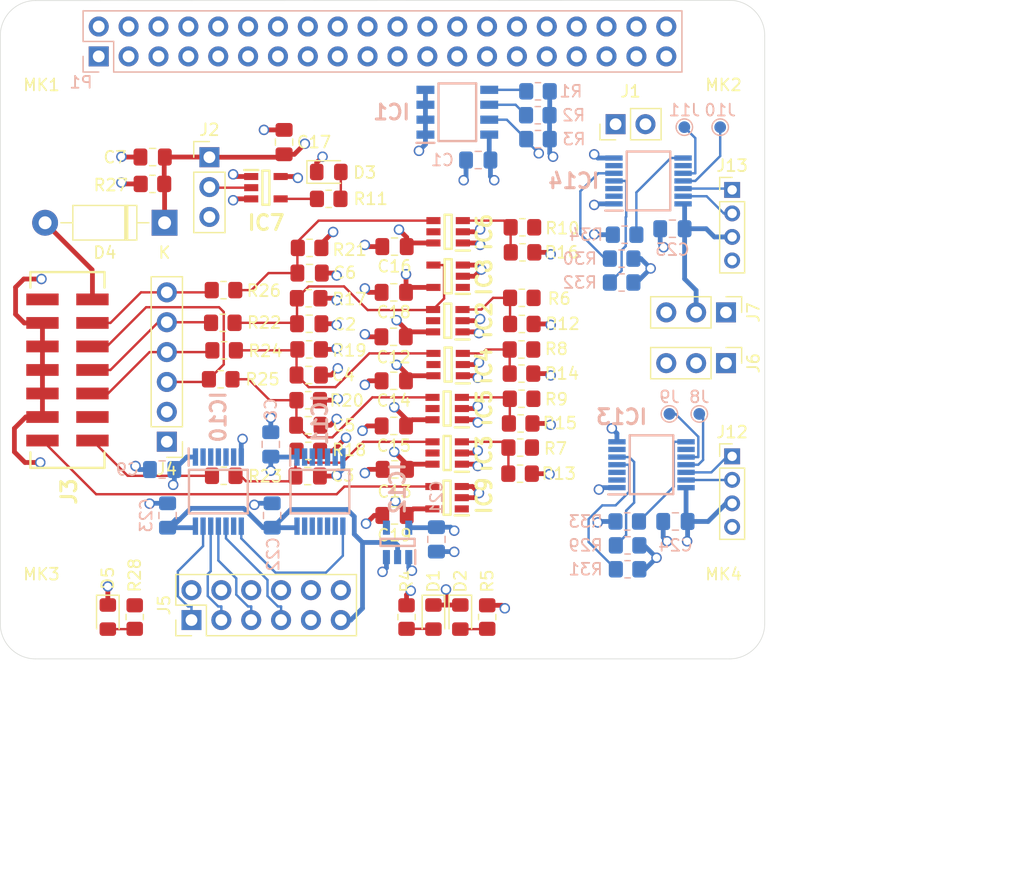
<source format=kicad_pcb>
(kicad_pcb (version 20211014) (generator pcbnew)
  (title_block (date "15 nov 2012"))
  (layers (0 "F.Cu" signal) (1 "In1.Cu" signal) (2 "In2.Cu" signal) (31 "B.Cu" signal) (34 "B.Paste" user) (35 "F.Paste" user) (36 "B.SilkS" user "B.Silkscreen") (37 "F.SilkS" user "F.Silkscreen") (38 "B.Mask" user) (39 "F.Mask" user) (44 "Edge.Cuts" user))
  (net 0 "")
  (net 1 "+3V3")
  (net 2 "+5V")
  (net 3 "GND")
  (net 4 "/ID_SD")
  (net 5 "/ID_SC")
  (net 6 "/GPIO5")
  (net 7 "/GPIO6")
  (net 8 "/GPIO26")
  (net 9 "/GPIO2(SDA1)")
  (net 10 "/GPIO3(SCL1)")
  (net 11 "/GPIO4(GCLK)")
  (net 12 "/GPIO14(TXD0)")
  (net 13 "/GPIO15(RXD0)")
  (net 14 "/GPIO17(GEN0)")
  (net 15 "/GPIO27(GEN2)")
  (net 16 "/GPIO22(GEN3)")
  (net 17 "/GPIO23(GEN4)")
  (net 18 "/GPIO24(GEN5)")
  (net 19 "/GPIO25(GEN6)")
  (net 20 "/GPIO18(GEN1)(PWM0)")
  (net 21 "/GPIO10(SPI0_MOSI)")
  (net 22 "/GPIO9(SPI0_MISO)")
  (net 23 "/GPIO11(SPI0_SCK)")
  (net 24 "/GPIO8(SPI0_CE_N)")
  (net 25 "/GPIO7(SPI1_CE_N)")
  (net 26 "/GPIO12(PWM0)")
  (net 27 "/GPIO13(PWM1)")
  (net 28 "/GPIO19(SPI1_MISO)")
  (net 29 "/GPIO16")
  (net 30 "/GPIO20(SPI1_MOSI)")
  (net 31 "/GPIO21(SPI1_SCK)")
  (net 32 "Net-(IC14-Pad12)")
  (net 33 "Net-(IC13-Pad10)")
  (net 34 "Net-(IC14-Pad10)")
  (net 35 "Net-(J3-Pad4)")
  (net 36 "Net-(C6-Pad2)")
  (net 37 "VCC")
  (net 38 "Net-(IC2-Pad3)")
  (net 39 "Net-(IC12-Pad4)")
  (net 40 "Net-(D5-Pad2)")
  (net 41 "Net-(IC13-Pad5)")
  (net 42 "Net-(IC14-Pad5)")
  (net 43 "Net-(IC13-Pad8)")
  (net 44 "Net-(C2-Pad2)")
  (net 45 "Net-(IC1-Pad7)")
  (net 46 "Net-(D1-Pad2)")
  (net 47 "Net-(D2-Pad2)")
  (net 48 "Net-(IC14-Pad8)")
  (net 49 "Net-(IC3-Pad3)")
  (net 50 "Net-(IC4-Pad3)")
  (net 51 "Net-(IC5-Pad3)")
  (net 52 "Net-(IC6-Pad3)")
  (net 53 "Net-(D3-Pad2)")
  (net 54 "Net-(C3-Pad2)")
  (net 55 "Net-(C4-Pad2)")
  (net 56 "Net-(C5-Pad2)")
  (net 57 "Net-(J3-Pad8)")
  (net 58 "Net-(J3-Pad14)")
  (net 59 "Net-(J3-Pad10)")
  (net 60 "Net-(J3-Pad6)")
  (net 61 "Net-(IC13-Pad11)")
  (net 62 "Net-(IC7-Pad2)")
  (net 63 "Net-(IC9-Pad4)")
  (net 66 "Net-(IC11-Pad10)")
  (net 67 "Net-(IC11-Pad11)")
  (net 68 "Net-(IC11-Pad12)")
  (net 69 "Net-(IC11-Pad13)")
  (net 72 "Net-(IC10-Pad10)")
  (net 73 "Net-(IC10-Pad11)")
  (net 74 "Net-(IC10-Pad12)")
  (net 75 "Net-(IC10-Pad13)")
  (net 78 "Net-(IC14-Pad11)")
  (net 79 "Net-(IC14-Pad13)")
  (net 80 "/raspynq_gpio/VIO")
  (net 83 "/serial_interface/VUART")
  (net 84 "Net-(IC13-Pad12)")
  (net 85 "Net-(IC13-Pad13)")
  (net 87 "/serial_interface/VI2C")
  (net 89 "/raspynq_jtag/VCCSRC")
  (net 90 "Net-(IC13-Pad4)")
  (net 91 "Net-(IC14-Pad4)")
  (footprint "MountingHole:MountingHole_2.7mm_M2.5" (layer "F.Cu") (at 203.5 97.5 180)
    (fp_text reference "MK1")
    (fp_text value "M2.5")
  )
  (footprint "MountingHole:MountingHole_2.7mm_M2.5" (layer "F.Cu") (at 261.5 97.5 180)
    (fp_text reference "MK2")
    (fp_text value "M2.5")
  )
  (footprint "MountingHole:MountingHole_2.7mm_M2.5" (layer "F.Cu") (at 203.5 146.5)
    (fp_text reference "MK3")
    (fp_text value "M2.5")
  )
  (footprint "MountingHole:MountingHole_2.7mm_M2.5" (layer "F.Cu") (at 261.5 146.5)
    (fp_text reference "MK4")
    (fp_text value "M2.5")
  )
  (footprint "Resistor_SMD:R_0805_2012Metric_Pad1.20x1.40mm_HandSolder" (layer "F.Cu") (at 211.43 146.444 -90)
    (fp_text reference "R28")
    (fp_text value "220")
  )
  (footprint "Capacitor_SMD:C_0805_2012Metric_Pad1.18x1.45mm_HandSolder" (layer "F.Cu") (at 224.13 106.058 90)
    (fp_text reference "C17")
    (fp_text value "0.1u")
  )
  (footprint "LED_SMD:LED_0805_2012Metric_Pad1.15x1.40mm_HandSolder" (layer "F.Cu") (at 236.83 146.444 -90)
    (fp_text reference "D1")
    (fp_text value "LED")
  )
  (footprint "Resistor_SMD:R_0805_2012Metric_Pad1.20x1.40mm_HandSolder" (layer "F.Cu") (at 244.196 134.252)
    (fp_text reference "R13")
    (fp_text value "3.9k")
  )
  (footprint "Capacitor_SMD:C_0805_2012Metric_Pad1.18x1.45mm_HandSolder" (layer "F.Cu") (at 233.4425 122.614)
    (fp_text reference "C12")
    (fp_text value "0.1u")
  )
  (footprint "Capacitor_SMD:C_0805_2012Metric_Pad1.18x1.45mm_HandSolder" (layer "F.Cu") (at 226.14 134.454 180)
    (fp_text reference "C3")
    (fp_text value "100p")
  )
  (footprint "Resistor_SMD:R_0805_2012Metric_Pad1.20x1.40mm_HandSolder" (layer "F.Cu") (at 226.3 115.054 180)
    (fp_text reference "R21")
    (fp_text value "5.9k")
  )
  (footprint "Resistor_SMD:R_0805_2012Metric_Pad1.20x1.40mm_HandSolder" (layer "F.Cu") (at 234.544 146.444 -90)
    (fp_text reference "R4")
    (fp_text value "220")
  )
  (footprint "LibraryLoader:SOT95P280X145-6N" (layer "F.Cu") (at 238.05 121.244 180)
    (fp_text reference "IC2")
    (fp_text value "SN74LVC1T45DBVRE4" hide)
  )
  (footprint "Resistor_SMD:R_0805_2012Metric_Pad1.20x1.40mm_HandSolder" (layer "F.Cu") (at 244.346 119.302)
    (fp_text reference "R6")
    (fp_text value "0")
  )
  (footprint "LibraryLoader:SOT95P280X145-5N" (layer "F.Cu") (at 238.08 117.464 180)
    (fp_text reference "IC8")
    (fp_text value "SN74LV1T125DBVR" hide)
  )
  (footprint "Capacitor_SMD:C_0805_2012Metric_Pad1.18x1.45mm_HandSolder" (layer "F.Cu") (at 233.5495 133.884)
    (fp_text reference "C13")
    (fp_text value "0.1u")
  )
  (footprint "Capacitor_SMD:C_0805_2012Metric_Pad1.18x1.45mm_HandSolder" (layer "F.Cu") (at 226.3 117.194 180)
    (fp_text reference "C6")
    (fp_text value "100p")
  )
  (footprint "Resistor_SMD:R_0805_2012Metric_Pad1.20x1.40mm_HandSolder" (layer "F.Cu") (at 226.18 128.004 180)
    (fp_text reference "R20")
    (fp_text value "5.9k")
  )
  (footprint "Resistor_SMD:R_0805_2012Metric_Pad1.20x1.40mm_HandSolder" (layer "F.Cu") (at 219 134.434)
    (fp_text reference "R23")
    (fp_text value "100")
  )
  (footprint "Connector_PinHeader_2.54mm:PinHeader_2x06_P2.54mm_Vertical" (layer "F.Cu") (at 216.256 146.698 90)
    (fp_text reference "J5")
    (fp_text value "Conn_02x06_Odd_Even")
  )
  (footprint "Resistor_SMD:R_0805_2012Metric_Pad1.20x1.40mm_HandSolder" (layer "F.Cu") (at 244.246 129.982)
    (fp_text reference "R15")
    (fp_text value "3.9k")
  )
  (footprint "Resistor_SMD:R_0805_2012Metric_Pad1.20x1.40mm_HandSolder" (layer "F.Cu") (at 218.98 118.644)
    (fp_text reference "R26")
    (fp_text value "100")
  )
  (footprint "LibraryLoader:SOT95P280X145-6N" (layer "F.Cu") (at 238 132.494 180)
    (fp_text reference "IC3")
    (fp_text value "SN74LVC1T45DBVRE4" hide)
  )
  (footprint "Resistor_SMD:R_0805_2012Metric_Pad1.20x1.40mm_HandSolder" (layer "F.Cu") (at 227.924 110.884)
    (fp_text reference "R11")
    (fp_text value "220")
  )
  (footprint "Capacitor_SMD:C_0805_2012Metric_Pad1.18x1.45mm_HandSolder" (layer "F.Cu") (at 233.4575 126.354 180)
    (fp_text reference "C14")
    (fp_text value "0.1u")
  )
  (footprint "Capacitor_SMD:C_0805_2012Metric_Pad1.18x1.45mm_HandSolder" (layer "F.Cu") (at 233.52 114.944 180)
    (fp_text reference "C16")
    (fp_text value "0.1u")
  )
  (footprint "Resistor_SMD:R_0805_2012Metric_Pad1.20x1.40mm_HandSolder" (layer "F.Cu") (at 226.19 132.314 180)
    (fp_text reference "R18")
    (fp_text value "5.9k")
  )
  (footprint "Resistor_SMD:R_0805_2012Metric_Pad1.20x1.40mm_HandSolder" (layer "F.Cu") (at 218.92 121.424)
    (fp_text reference "R22")
    (fp_text value "100")
  )
  (footprint "LED_SMD:LED_0805_2012Metric_Pad1.15x1.40mm_HandSolder" (layer "F.Cu") (at 239.116 146.444 -90)
    (fp_text reference "D2")
    (fp_text value "LED")
  )
  (footprint "Connector_PinHeader_2.00mm:PinHeader_1x04_P2.00mm_Vertical" (layer "F.Cu") (at 262.23 110.122)
    (fp_text reference "J13")
    (fp_text value "Conn_01x04")
  )
  (footprint "Resistor_SMD:R_0805_2012Metric_Pad1.20x1.40mm_HandSolder" (layer "F.Cu") (at 226.26 123.684 180)
    (fp_text reference "R19")
    (fp_text value "5.9k")
  )
  (footprint "Resistor_SMD:R_0805_2012Metric_Pad1.20x1.40mm_HandSolder" (layer "F.Cu") (at 244.346 121.522)
    (fp_text reference "R12")
    (fp_text value "3.9k")
  )
  (footprint "Resistor_SMD:R_0805_2012Metric_Pad1.20x1.40mm_HandSolder" (layer "F.Cu") (at 244.396 113.302)
    (fp_text reference "R10")
    (fp_text value "0")
  )
  (footprint "Capacitor_SMD:C_0805_2012Metric_Pad1.18x1.45mm_HandSolder" (layer "F.Cu") (at 226.2275 125.864 180)
    (fp_text reference "C4")
    (fp_text value "100p")
  )
  (footprint "Resistor_SMD:R_0805_2012Metric_Pad1.20x1.40mm_HandSolder" (layer "F.Cu") (at 244.316 125.742)
    (fp_text reference "R14")
    (fp_text value "3.9k")
  )
  (footprint "Connector_PinHeader_2.54mm:PinHeader_1x02_P2.54mm_Vertical" (layer "F.Cu") (at 252.319 104.534 90)
    (fp_text reference "J1")
    (fp_text value "Conn_01x02")
  )
  (footprint "Connector_PinHeader_2.00mm:PinHeader_1x04_P2.00mm_Vertical" (layer "F.Cu") (at 262.23 132.776)
    (fp_text reference "J12")
    (fp_text value "Conn_01x04")
  )
  (footprint "Connector_PinHeader_2.54mm:PinHeader_1x03_P2.54mm_Vertical" (layer "F.Cu") (at 261.707 124.854 -90)
    (fp_text reference "J6")
    (fp_text value "Conn_01x03")
  )
  (footprint "Resistor_SMD:R_0805_2012Metric_Pad1.20x1.40mm_HandSolder" (layer "F.Cu") (at 244.206 132.032)
    (fp_text reference "R7")
    (fp_text value "0")
  )
  (footprint "Resistor_SMD:R_0805_2012Metric_Pad1.20x1.40mm_HandSolder" (layer "F.Cu") (at 244.316 123.692)
    (fp_text reference "R8")
    (fp_text value "0")
  )
  (footprint "Resistor_SMD:R_0805_2012Metric_Pad1.20x1.40mm_HandSolder" (layer "F.Cu") (at 244.406 115.432)
    (fp_text reference "R16")
    (fp_text value "3.9k")
  )
  (footprint "LED_SMD:LED_0805_2012Metric_Pad1.15x1.40mm_HandSolder" (layer "F.Cu") (at 227.931 108.598)
    (fp_text reference "D3")
    (fp_text value "LED")
  )
  (footprint "Capacitor_SMD:C_0805_2012Metric_Pad1.18x1.45mm_HandSolder" (layer "F.Cu") (at 212.954 107.328 180)
    (fp_text reference "C7")
    (fp_text value "100p")
  )
  (footprint "Resistor_SMD:R_0805_2012Metric_Pad1.20x1.40mm_HandSolder" (layer "F.Cu") (at 226.22 119.334 180)
    (fp_text reference "R17")
    (fp_text value "5.9k")
  )
  (footprint "Resistor_SMD:R_0805_2012Metric_Pad1.20x1.40mm_HandSolder" (layer "F.Cu") (at 244.326 127.882)
    (fp_text reference "R9")
    (fp_text value "0")
  )
  (footprint "LibraryLoader:SOT95P280X145-6N" (layer "F.Cu") (at 238.08 124.974 180)
    (fp_text reference "IC4")
    (fp_text value "SN74LVC1T45DBVRE4" hide)
  )
  (footprint "Connector_PinHeader_2.54mm:PinHeader_1x03_P2.54mm_Vertical" (layer "F.Cu") (at 261.707 120.536 -90)
    (fp_text reference "J7")
    (fp_text value "Conn_01x03")
  )
  (footprint "Capacitor_SMD:C_0805_2012Metric_Pad1.18x1.45mm_HandSolder" (layer "F.Cu") (at 233.46 118.834 180)
    (fp_text reference "C18")
    (fp_text value "0.1u")
  )
  (footprint "Resistor_SMD:R_0805_2012Metric_Pad1.20x1.40mm_HandSolder" (layer "F.Cu") (at 212.938 109.614 180)
    (fp_text reference "R27")
    (fp_text value "1k")
  )
  (footprint "LibraryLoader:87832-1420" (layer "F.Cu") (at 205.71 125.434 -90)
    (fp_text reference "J3")
    (fp_text value "87832-1420" hide)
  )
  (footprint "Capacitor_SMD:C_0805_2012Metric_Pad1.18x1.45mm_HandSolder" (layer "F.Cu") (at 233.52 137.804 180)
    (fp_text reference "C19")
    (fp_text value "0.1u")
  )
  (footprint "Capacitor_SMD:C_0805_2012Metric_Pad1.18x1.45mm_HandSolder" (layer "F.Cu") (at 226.2675 121.504 180)
    (fp_text reference "C2")
    (fp_text value "100p")
  )
  (footprint "Diode_THT:D_DO-41_SOD81_P10.16mm_Horizontal" (layer "F.Cu") (at 213.97 112.916 180)
    (fp_text reference "D4")
    (fp_text value "1N5817")
  )
  (footprint "LED_SMD:LED_0805_2012Metric_Pad1.15x1.40mm_HandSolder" (layer "F.Cu") (at 209.144 146.444 -90)
    (fp_text reference "D5")
    (fp_text value "LED")
  )
  (footprint "Connector_PinHeader_2.54mm:PinHeader_1x03_P2.54mm_Vertical" (layer "F.Cu") (at 217.78 107.343)
    (fp_text reference "J2")
    (fp_text value "Conn_01x03")
  )
  (footprint "Resistor_SMD:R_0805_2012Metric_Pad1.20x1.40mm_HandSolder" (layer "F.Cu") (at 218.74 126.224)
    (fp_text reference "R25")
    (fp_text value "100")
  )
  (footprint "Resistor_SMD:R_0805_2012Metric_Pad1.20x1.40mm_HandSolder" (layer "F.Cu") (at 219.03 123.764)
    (fp_text reference "R24")
    (fp_text value "100")
  )
  (footprint "Capacitor_SMD:C_0805_2012Metric_Pad1.18x1.45mm_HandSolder" (layer "F.Cu") (at 233.4625 130.194 180)
    (fp_text reference "C15")
    (fp_text value "0.1u")
  )
  (footprint "Capacitor_SMD:C_0805_2012Metric_Pad1.18x1.45mm_HandSolder" (layer "F.Cu") (at 226.1875 130.134 180)
    (fp_text reference "C5")
    (fp_text value "100p")
  )
  (footprint "Resistor_SMD:R_0805_2012Metric_Pad1.20x1.40mm_HandSolder" (layer "F.Cu") (at 241.402 146.444 -90)
    (fp_text reference "R5")
    (fp_text value "220")
  )
  (footprint "LibraryLoader:SOT95P280X145-6N" (layer "F.Cu") (at 238 128.714 180)
    (fp_text reference "IC5")
    (fp_text value "SN74LVC1T45DBVRE4" hide)
  )
  (footprint "LibraryLoader:SOT95P280X145-5N" (layer "F.Cu") (at 237.99 136.294 180)
    (fp_text reference "IC9")
    (fp_text value "SN74LV1T125DBVR" hide)
  )
  (footprint "LibraryLoader:SOT95P280X145-6N" (layer "F.Cu") (at 238.08 113.684 180)
    (fp_text reference "IC6")
    (fp_text value "SN74LVC1T45DBVRE4" hide)
  )
  (footprint "LibraryLoader:SOT95P280X145-5N" (layer "F.Cu") (at 222.586 109.934)
    (fp_text reference "IC7")
    (fp_text value "SN74LV1T125DBVR" hide)
  )
  (footprint "Connector_PinHeader_2.54mm:PinHeader_1x06_P2.54mm_Vertical" (layer "F.Cu") (at 214.16 131.534 180)
    (fp_text reference "J4")
    (fp_text value "Conn_01x06")
  )
  (footprint "Connector_PinSocket_2.54mm:PinSocket_2x20_P2.54mm_Vertical" (layer "B.Cu") (at 208.37 98.77 -90)
    (fp_text reference "P1")
    (fp_text value "Conn_02x20_Odd_Even")
  )
  (footprint "TestPoint:TestPoint_Pad_D1.0mm" (layer "B.Cu") (at 256.896 129.172 180)
    (fp_text reference "J9")
    (fp_text value "Conn_01x01")
  )
  (footprint "Resistor_SMD:R_0805_2012Metric_Pad1.20x1.40mm_HandSolder" (layer "B.Cu") (at 245.72 105.804 180)
    (fp_text reference "R3")
    (fp_text value "1k")
  )
  (footprint "Resistor_SMD:R_0805_2012Metric_Pad1.20x1.40mm_HandSolder" (layer "B.Cu") (at 253.308 138.316)
    (fp_text reference "R33")
    (fp_text value "10k")
  )
  (footprint "Capacitor_SMD:C_0805_2012Metric_Pad1.18x1.45mm_HandSolder" (layer "B.Cu") (at 240.64 107.582 180)
    (fp_text reference "C1")
    (fp_text value "0.1u")
  )
  (footprint "Capacitor_SMD:C_0805_2012Metric_Pad1.18x1.45mm_HandSolder" (layer "B.Cu") (at 214.224 137.808 90)
    (fp_text reference "C23")
    (fp_text value "0.1u")
  )
  (footprint "TestPoint:TestPoint_Pad_D1.0mm" (layer "B.Cu") (at 259.436 129.172 180)
    (fp_text reference "J8")
    (fp_text value "Conn_01x01")
  )
  (footprint "LibraryLoader:SOIC127P600X175-8N" (layer "B.Cu") (at 238.862 103.518)
    (fp_text reference "IC1")
    (fp_text value "CAT24C32WI-GT3" hide)
  )
  (footprint "Resistor_SMD:R_0805_2012Metric_Pad1.20x1.40mm_HandSolder" (layer "B.Cu") (at 245.704 103.772 180)
    (fp_text reference "R2")
    (fp_text value "3.9k")
  )
  (footprint "Resistor_SMD:R_0805_2012Metric_Pad1.20x1.40mm_HandSolder" (layer "B.Cu") (at 253.086 113.932)
    (fp_text reference "R34")
    (fp_text value "10k")
  )
  (footprint "LibraryLoader:SOP65P640X120-14N" (layer "B.Cu") (at 227.178 135.776 -90)
    (fp_text reference "IC11")
    (fp_text value "TXB0104PWRG4" hide)
  )
  (footprint "Capacitor_SMD:C_0805_2012Metric_Pad1.18x1.45mm_HandSolder" (layer "B.Cu") (at 223.114 137.808 90)
    (fp_text reference "C22")
    (fp_text value "0.1u")
  )
  (footprint "TestPoint:TestPoint_Pad_D1.0mm" (layer "B.Cu") (at 258.166 104.788 180)
    (fp_text reference "J11")
    (fp_text value "Conn_01x01")
  )
  (footprint "Resistor_SMD:R_0805_2012Metric_Pad1.20x1.40mm_HandSolder" (layer "B.Cu") (at 252.832 117.996 180)
    (fp_text reference "R32")
    (fp_text value "10k")
  )
  (footprint "Resistor_SMD:R_0805_2012Metric_Pad1.20x1.40mm_HandSolder" (layer "B.Cu") (at 253.34 142.38 180)
    (fp_text reference "R31")
    (fp_text value "10k")
  )
  (footprint "Capacitor_SMD:C_0805_2012Metric_Pad1.18x1.45mm_HandSolder" (layer "B.Cu") (at 257.404 138.316 180)
    (fp_text reference "C24")
    (fp_text value "0.1u")
  )
  (footprint "Resistor_SMD:R_0805_2012Metric_Pad1.20x1.40mm_HandSolder" (layer "B.Cu") (at 252.832 115.964 180)
    (fp_text reference "R30")
    (fp_text value "10k")
  )
  (footprint "LibraryLoader:SOP65P640X120-14N" (layer "B.Cu") (at 255.118 109.36)
    (fp_text reference "IC14")
    (fp_text value "TXB0104PWRG4" hide)
  )
  (footprint "Capacitor_SMD:C_0805_2012Metric_Pad1.18x1.45mm_HandSolder" (layer "B.Cu") (at 223 131.7625 90)
    (fp_text reference "C8")
    (fp_text value "0.1u")
  )
  (footprint "Capacitor_SMD:C_0805_2012Metric_Pad1.18x1.45mm_HandSolder" (layer "B.Cu") (at 237.084 139.84 -90)
    (fp_text reference "C21")
    (fp_text value "0.1u")
  )
  (footprint "Resistor_SMD:R_0805_2012Metric_Pad1.20x1.40mm_HandSolder" (layer "B.Cu") (at 245.72 101.74 180)
    (fp_text reference "R1")
    (fp_text value "3.9k")
  )
  (footprint "Capacitor_SMD:C_0805_2012Metric_Pad1.18x1.45mm_HandSolder" (layer "B.Cu") (at 213.7625 133.9 180)
    (fp_text reference "C9")
    (fp_text value "0.1u")
  )
  (footprint "LibraryLoader:SOP65P640X120-14N" (layer "B.Cu") (at 218.542 135.776 -90)
    (fp_text reference "IC10")
    (fp_text value "TXB0104PWRG4" hide)
  )
  (footprint "LibraryLoader:SOT95P280X145-5N" (layer "B.Cu") (at 233.782 140.094 90)
    (fp_text reference "IC12")
    (fp_text value "SN74LV1T125DBVR" hide)
  )
  (footprint "Capacitor_SMD:C_0805_2012Metric_Pad1.18x1.45mm_HandSolder" (layer "B.Cu") (at 257.15 113.424 180)
    (fp_text reference "C25")
    (fp_text value "0.1u")
  )
  (footprint "LibraryLoader:SOP65P640X120-14N" (layer "B.Cu") (at 255.372 133.49)
    (fp_text reference "IC13")
    (fp_text value "TXB0104PWRG4" hide)
  )
  (footprint "TestPoint:TestPoint_Pad_D1.0mm" (layer "B.Cu") (at 261.214 104.788 180)
    (fp_text reference "J10")
    (fp_text value "Conn_01x01")
  )
  (footprint "Resistor_SMD:R_0805_2012Metric_Pad1.20x1.40mm_HandSolder" (layer "B.Cu") (at 253.34 140.348 180)
    (fp_text reference "R29")
    (fp_text value "10k")
  )
  (gr_line (start 262 150) (end 203 150) (layer "Edge.Cuts") (width 0.05))
  (gr_line (start 200 97.02132) (end 200 147) (layer "Edge.Cuts") (width 0.05))
  (gr_arc (start 262 94) (mid 264.12132 94.87868) (end 265 97) (layer "Edge.Cuts") (width 0.05))
  (gr_arc (start 203 150) (mid 200.87868 149.12132) (end 200 147) (layer "Edge.Cuts") (width 0.05))
  (gr_line (start 265 97) (end 265 147) (layer "Edge.Cuts") (width 0.05))
  (gr_arc (start 265 147) (mid 264.12132 149.12132) (end 262 150) (layer "Edge.Cuts") (width 0.05))
  (gr_arc (start 200 97.02132) (mid 200.87868 94.9) (end 203 94.02132) (layer "Edge.Cuts") (width 0.05))
  (gr_line (start 203 94.02132) (end 262 94) (layer "Edge.Cuts") (width 0.05))
  (segment (start 245.196 134.252) (end 246.652 134.252) (width 0.4064) (layer "F.Cu") (net 1))
  (segment (start 239.33 114.634) (end 240.634 114.634) (width 0.4064) (layer "F.Cu") (net 1))
  (segment (start 239.3 122.194) (end 240.594 122.194) (width 0.4064) (layer "F.Cu") (net 1))
  (segment (start 240.444 133.444) (end 240.6 133.6) (width 0.4064) (layer "F.Cu") (net 1))
  (segment (start 246.642 125.742) (end 246.8 125.9) (width 0.4064) (layer "F.Cu") (net 1))
  (segment (start 240.594 122.194) (end 240.7 122.3) (width 0.4064) (layer "F.Cu") (net 1))
  (segment (start 239.25 133.444) (end 240.444 133.444) (width 0.4064) (layer "F.Cu") (net 1))
  (segment (start 246.722 121.522) (end 246.8 121.6) (width 0.4064) (layer "F.Cu") (net 1))
  (segment (start 245.406 115.432) (end 246.632 115.432) (width 0.4064) (layer "F.Cu") (net 1))
  (segment (start 246.682 129.982) (end 246.8 130.1) (width 0.4064) (layer "F.Cu") (net 1))
  (segment (start 234.544 144.556) (end 234.9 144.2) (width 0.4064) (layer "F.Cu") (net 1))
  (segment (start 245.346 121.522) (end 246.722 121.522) (width 0.4064) (layer "F.Cu") (net 1))
  (segment (start 239.33 125.924) (end 240.424 125.924) (width 0.4064) (layer "F.Cu") (net 1))
  (segment (start 225.184 108.984) (end 225.3 109.1) (width 0.4064) (layer "F.Cu") (net 1))
  (segment (start 239.25 129.664) (end 240.364 129.664) (width 0.4064) (layer "F.Cu") (net 1))
  (segment (start 234.544 145.444) (end 234.544 144.556) (width 0.4064) (layer "F.Cu") (net 1))
  (segment (start 246.632 115.432) (end 246.8 115.6) (width 0.4064) (layer "F.Cu") (net 1))
  (segment (start 245.316 125.742) (end 246.642 125.742) (width 0.4064) (layer "F.Cu") (net 1))
  (segment (start 245.246 129.982) (end 246.682 129.982) (width 0.4064) (layer "F.Cu") (net 1))
  (segment (start 240.364 129.664) (end 240.6 129.9) (width 0.4064) (layer "F.Cu") (net 1))
  (segment (start 223.836 108.984) (end 225.184 108.984) (width 0.4064) (layer "F.Cu") (net 1))
  (segment (start 240.424 125.924) (end 240.6 126.1) (width 0.4064) (layer "F.Cu") (net 1))
  (segment (start 246.652 134.252) (end 246.7 134.3) (width 0.4064) (layer "F.Cu") (net 1))
  (segment (start 240.634 114.634) (end 240.8 114.8) (width 0.4064) (layer "F.Cu") (net 1))
  (via (at 250.8 138.4) (size 0.889) (drill 0.635) (layers "F.Cu" "B.Cu") (net 1))
  (via (at 246.8 130.1) (size 0.889) (drill 0.635) (layers "F.Cu" "B.Cu") (net 1))
  (via (at 255.8 141.4) (size 0.889) (drill 0.635) (layers "F.Cu" "B.Cu") (net 1))
  (via (at 240.7 122.3) (size 0.889) (drill 0.635) (layers "F.Cu" "B.Cu") (net 1))
  (via (at 250.9 135.6) (size 0.889) (drill 0.635) (layers "F.Cu" "B.Cu") (net 1))
  (via (at 225.3 109.1) (size 0.889) (drill 0.635) (layers "F.Cu" "B.Cu") (net 1))
  (via (at 238.6 139.1) (size 0.889) (drill 0.635) (layers "F.Cu" "B.Cu") (net 1))
  (via (at 223 134) (size 0.889) (drill 0.635) (layers "F.Cu" "B.Cu") (net 1))
  (via (at 234.9 144.2) (size 0.889) (drill 0.635) (layers "F.Cu" "B.Cu") (net 1))
  (via (at 255.3 116.8) (size 0.889) (drill 0.635) (layers "F.Cu" "B.Cu") (net 1))
  (via (at 214.7 135.2) (size 0.889) (drill 0.635) (layers "F.Cu" "B.Cu") (net 1))
  (via (at 250.5 113.9) (size 0.889) (drill 0.635) (layers "F.Cu" "B.Cu") (net 1))
  (via (at 246.8 125.9) (size 0.889) (drill 0.635) (layers "F.Cu" "B.Cu") (net 1))
  (via (at 240.6 126.1) (size 0.889) (drill 0.635) (layers "F.Cu" "B.Cu") (net 1))
  (via (at 246.8 121.6) (size 0.889) (drill 0.635) (layers "F.Cu" "B.Cu") (net 1))
  (via (at 240.8 114.8) (size 0.889) (drill 0.635) (layers "F.Cu" "B.Cu") (net 1))
  (via (at 247 107.3) (size 0.889) (drill 0.635) (layers "F.Cu" "B.Cu") (net 1))
  (via (at 246.7 134.3) (size 0.889) (drill 0.635) (layers "F.Cu" "B.Cu") (net 1))
  (via (at 250.5 111.4) (size 0.889) (drill 0.635) (layers "F.Cu" "B.Cu") (net 1))
  (via (at 240.6 129.9) (size 0.889) (drill 0.635) (layers "F.Cu" "B.Cu") (net 1))
  (via (at 242 109.3) (size 0.889) (drill 0.635) (layers "F.Cu" "B.Cu") (net 1))
  (via (at 246.8 115.6) (size 0.889) (drill 0.635) (layers "F.Cu" "B.Cu") (net 1))
  (via (at 240.6 133.6) (size 0.889) (drill 0.635) (layers "F.Cu" "B.Cu") (net 1))
  (segment (start 234.732 138.844) (end 237.042 138.844) (width 0.4064) (layer "B.Cu") (net 1))
  (segment (start 241.678 108.978) (end 242 109.3) (width 0.4064) (layer "B.Cu") (net 1))
  (segment (start 253.832 115.964) (end 254.464 115.964) (width 0.4064) (layer "B.Cu") (net 1))
  (segment (start 237.042 138.844) (end 237.063 138.823) (width 0.4064) (layer "B.Cu") (net 1))
  (segment (start 246.72 103.756) (end 246.704 103.772) (width 0.4064) (layer "B.Cu") (net 1))
  (segment (start 225.228 132.838) (end 223.038 132.838) (width 0.4064) (layer "B.Cu") (net 1))
  (segment (start 254.104 117.996) (end 255.3 116.8) (width 0.4064) (layer "B.Cu") (net 1))
  (segment (start 214.8 133.9) (end 214.8 135.1) (width 0.4064) (layer "B.Cu") (net 1))
  (segment (start 253.832 117.996) (end 254.104 117.996) (width 0.4064) (layer "B.Cu") (net 1))
  (segment (start 241.6775 107.5815) (end 241.6775 107.582) (width 0.4064) (layer "B.Cu") (net 1))
  (segment (start 254.464 115.964) (end 255.3 116.8) (width 0.4064) (layer "B.Cu") (net 1))
  (segment (start 237.063 138.823) (end 237.084 138.802) (width 0.4064) (layer "B.Cu") (net 1))
  (segment (start 246.704 103.772) (end 246.704 105.788) (width 0.4064) (layer "B.Cu") (net 1))
  (segment (start 238.302 138.802) (end 238.6 139.1) (width 0.4064) (layer "B.Cu") (net 1))
  (segment (start 237.0635 138.823) (end 237.084 138.8025) (width 0.4064) (layer "B.Cu") (net 1))
  (segment (start 223.038 132.838) (end 223 132.8) (width 0.4064) (layer "B.Cu") (net 1))
  (segment (start 241.574 105.423) (end 241.574 107.478) (width 0.4064) (layer "B.Cu") (net 1))
  (segment (start 246.72 101.74) (end 246.72 103.756) (width 0.4064) (layer "B.Cu") (net 1))
  (segment (start 254.748 140.348) (end 255.8 141.4) (width 0.4064) (layer "B.Cu") (net 1))
  (segment (start 241.6775 107.5815) (end 241.678 107.582) (width 0.4064) (layer "B.Cu") (net 1))
  (segment (start 254.34 140.348) (end 254.748 140.348) (width 0.4064) (layer "B.Cu") (net 1))
  (segment (start 254.34 142.38) (end 254.82 142.38) (width 0.4064) (layer "B.Cu") (net 1))
  (segment (start 241.574 107.478) (end 241.6775 107.5815) (width 0.4064) (layer "B.Cu") (net 1))
  (segment (start 216.592 132.838) (end 215.862 132.838) (width 0.4064) (layer "B.Cu") (net 1))
  (segment (start 237.084 138.802) (end 238.302 138.802) (width 0.4064) (layer "B.Cu") (net 1))
  (segment (start 252.434 135.44) (end 251.06 135.44) (width 0.4064) (layer "B.Cu") (net 1))
  (segment (start 252.308 138.316) (end 250.884 138.316) (width 0.4064) (layer "B.Cu") (net 1))
  (segment (start 246.704 105.788) (end 246.72 105.804) (width 0.4064) (layer "B.Cu") (net 1))
  (segment (start 214.8 135.1) (end 214.7 135.2) (width 0.4064) (layer "B.Cu") (net 1))
  (segment (start 241.678 107.582) (end 241.678 108.978) (width 0.4064) (layer "B.Cu") (net 1))
  (segment (start 252.18 111.31) (end 250.59 111.31) (width 0.4064) (layer "B.Cu") (net 1))
  (segment (start 254.82 142.38) (end 255.8 141.4) (width 0.4064) (layer "B.Cu") (net 1))
  (segment (start 250.59 111.31) (end 250.5 111.4) (width 0.4064) (layer "B.Cu") (net 1))
  (segment (start 246.72 105.804) (end 246.72 107.02) (width 0.4064) (layer "B.Cu") (net 1))
  (segment (start 251.06 135.44) (end 250.9 135.6) (width 0.4064) (layer "B.Cu") (net 1))
  (segment (start 215.862 132.838) (end 214.8 133.9) (width 0.4064) (layer "B.Cu") (net 1))
  (segment (start 252.086 113.932) (end 250.532 113.932) (width 0.4064) (layer "B.Cu") (net 1))
  (segment (start 250.884 138.316) (end 250.8 138.4) (width 0.4064) (layer "B.Cu") (net 1))
  (segment (start 237.063 138.823) (end 237.0635 138.823) (width 0.4064) (layer "B.Cu") (net 1))
  (segment (start 250.532 113.932) (end 250.5 113.9) (width 0.4064) (layer "B.Cu") (net 1))
  (segment (start 223 132.8) (end 223 134) (width 0.4064) (layer "B.Cu") (net 1))
  (segment (start 246.72 107.02) (end 247 107.3) (width 0.4064) (layer "B.Cu") (net 1))
  (segment (start 241.402 145.444) (end 242.644 145.444) (width 0.4064) (layer "F.Cu") (net 2))
  (segment (start 242.644 145.444) (end 242.9 145.7) (width 0.4064) (layer "F.Cu") (net 2))
  (via (at 242.9 145.7) (size 0.889) (drill 0.635) (layers "F.Cu" "B.Cu") (net 2))
  (segment (start 239.33 117.464) (end 240.336 117.464) (width 0.4064) (layer "F.Cu") (net 3))
  (segment (start 232.405 122.614) (end 231.214 122.614) (width 0.4064) (layer "F.Cu") (net 3))
  (segment (start 240.406 132.494) (end 240.6 132.3) (width 0.4064) (layer "F.Cu") (net 3))
  (segment (start 202.1 133.3) (end 203.4 133.3) (width 0.4064) (layer "F.Cu") (net 3))
  (segment (start 232.482 114.944) (end 232.4825 114.944) (width 0.4064) (layer "F.Cu") (net 3))
  (segment (start 227.305 121.504) (end 228.504 121.504) (width 0.4064) (layer "F.Cu") (net 3))
  (segment (start 239.33 124.974) (end 240.526 124.974) (width 0.4064) (layer "F.Cu") (net 3))
  (segment (start 240.306 136.294) (end 240.7 135.9) (width 0.4064) (layer "F.Cu") (net 3))
  (segment (start 239.33 113.684) (end 240.516 113.684) (width 0.4064) (layer "F.Cu") (net 3))
  (segment (start 239.25 128.714) (end 240.286 128.714) (width 0.4064) (layer "F.Cu") (net 3))
  (segment (start 219.916 110.884) (end 219.8 111) (width 0.4064) (layer "F.Cu") (net 3))
  (segment (start 239.25 132.494) (end 240.406 132.494) (width 0.4064) (layer "F.Cu") (net 3))
  (segment (start 201.2 130.4) (end 201.2 132.4) (width 0.4064) (layer "F.Cu") (net 3))
  (segment (start 203.585 121.434) (end 203.585 123.434) (width 0.4064) (layer "F.Cu") (net 3))
  (segment (start 224.13 105.02) (end 224.1295 105.02) (width 0.4064) (layer "F.Cu") (net 3))
  (segment (start 231.796 137.804) (end 231.1 138.5) (width 0.4064) (layer "F.Cu") (net 3))
  (segment (start 240.7 135.9) (end 240.144 135.344) (width 0.4064) (layer "F.Cu") (net 3))
  (segment (start 221.336 108.984) (end 219.984 108.984) (width 0.4064) (layer "F.Cu") (net 3))
  (segment (start 237.919 145.419) (end 237.919 144.119) (width 0.4064) (layer "F.Cu") (net 3))
  (segment (start 231.346 126.354) (end 231 126.7) (width 0.4064) (layer "F.Cu") (net 3))
  (segment (start 201.3 118.4) (end 202 117.7) (width 0.4064) (layer "F.Cu") (net 3))
  (segment (start 201.2 132.4) (end 202.1 133.3) (width 0.4064) (layer "F.Cu") (net 3))
  (segment (start 232.422 118.834) (end 231.334 118.834) (width 0.4064) (layer "F.Cu") (net 3))
  (segment (start 227.178 134.454) (end 228.546 134.454) (width 0.4064) (layer "F.Cu") (net 3))
  (segment (start 203.585 125.434) (end 203.585 123.434) (width 0.4064) (layer "F.Cu") (net 3))
  (segment (start 237.919 145.419) (end 239.116 145.419) (width 0.4064) (layer "F.Cu") (net 3))
  (segment (start 203.585 129.434) (end 203.585 127.434) (width 0.4064) (layer "F.Cu") (net 3))
  (segment (start 228.504 121.504) (end 228.6 121.6) (width 0.4064) (layer "F.Cu") (net 3))
  (segment (start 228.546 134.454) (end 228.6 134.4) (width 0.4064) (layer "F.Cu") (net 3))
  (segment (start 240.526 124.974) (end 240.7 124.8) (width 0.4064) (layer "F.Cu") (net 3))
  (segment (start 231.334 118.834) (end 231 118.5) (width 0.4064) (layer "F.Cu") (net 3))
  (segment (start 231.144 114.944) (end 231 114.8) (width 0.4064) (layer "F.Cu") (net 3))
  (segment (start 232.425 130.194) (end 231.206 130.194) (width 0.4064) (layer "F.Cu") (net 3))
  (segment (start 219.984 108.984) (end 219.8 108.8) (width 0.4064) (layer "F.Cu") (net 3))
  (segment (start 237.919 144.119) (end 237.9 144.1) (width 0.4064) (layer "F.Cu") (net 3))
  (segment (start 240.8 113.4) (end 240.8 113.483) (width 0.4064) (layer "F.Cu") (net 3))
  (segment (start 227.265 125.864) (end 228.136 125.864) (width 0.4064) (layer "F.Cu") (net 3))
  (segment (start 232.482 137.804) (end 231.796 137.804) (width 0.4064) (layer "F.Cu") (net 3))
  (segment (start 221.336 110.884) (end 219.916 110.884) (width 0.4064) (layer "F.Cu") (net 3))
  (segment (start 240.336 117.464) (end 240.9 116.9) (width 0.4064) (layer "F.Cu") (net 3))
  (segment (start 202.034 121.434) (end 201.3 120.7) (width 0.4064) (layer "F.Cu") (net 3))
  (segment (start 232.482 114.944) (end 231.144 114.944) (width 0.4064) (layer "F.Cu") (net 3))
  (segment (start 203.585 121.434) (end 202.034 121.434) (width 0.4064) (layer "F.Cu") (net 3))
  (segment (start 224.1295 105.02) (end 224.13 105.0205) (width 0.4064) (layer "F.Cu") (net 3))
  (segment (start 209.144 145.419) (end 209.144 143.844) (width 0.4064) (layer "F.Cu") (net 3))
  (segment (start 226.906 107.794) (end 227.4 107.3) (width 0.4064) (layer "F.Cu") (net 3))
  (segment (start 203.585 127.434) (end 203.585 125.434) (width 0.4064) (layer "F.Cu") (net 3))
  (segment (start 232.422 118.834) (end 232.4225 118.834) (width 0.4064) (layer "F.Cu") (net 3))
  (segment (start 232.512 133.884) (end 231.316 133.884) (width 0.4064) (layer "F.Cu") (net 3))
  (segment (start 232.42 126.354) (end 231.346 126.354) (width 0.4064) (layer "F.Cu") (net 3))
  (segment (start 211.916 107.328) (end 211.9165 107.328) (width 0.4064) (layer "F.Cu") (net 3))
  (segment (start 228.394 117.194) (end 228.6 117.4) (width 0.4064) (layer "F.Cu") (net 3))
  (segment (start 224.1295 105.02) (end 222.42 105.02) (width 0.4064) (layer "F.Cu") (net 3))
  (segment (start 231.316 133.884) (end 231 134.2) (width 0.4064) (layer "F.Cu") (net 3))
  (segment (start 240.514 116.514) (end 240.9 116.9) (width 0.4064) (layer "F.Cu") (net 3))
  (segment (start 239.3 121.244) (end 240.656 121.244) (width 0.4064) (layer "F.Cu") (net 3))
  (segment (start 201.3 120.7) (end 201.3 118.4) (width 0.4064) (layer "F.Cu") (net 3))
  (segment (start 240.6 128.4) (end 240.6 128.513) (width 0.4064) (layer "F.Cu") (net 3))
  (segment (start 236.83 145.419) (end 237.919 145.419) (width 0.4064) (layer "F.Cu") (net 3))
  (segment (start 232.482 137.804) (end 232.4825 137.804) (width 0.4064) (layer "F.Cu") (net 3))
  (segment (start 202 117.7) (end 203.5 117.7) (width 0.4064) (layer "F.Cu") (net 3))
  (segment (start 240.144 135.344) (end 239.24 135.344) (width 0.4064) (layer "F.Cu") (net 3))
  (segment (start 228.136 125.864) (end 228.7 125.3) (width 0.4064) (layer "F.Cu") (net 3))
  (segment (start 239.24 136.294) (end 240.306 136.294) (width 0.4064) (layer "F.Cu") (net 3))
  (segment (start 227.178 134.454) (end 227.1775 134.454) (width 0.4064) (layer "F.Cu") (net 3))
  (segment (start 227.225 130.134) (end 228.066 130.134) (width 0.4064) (layer "F.Cu") (net 3))
  (segment (start 203.585 129.434) (end 202.166 129.434) (width 0.4064) (layer "F.Cu") (net 3))
  (segment (start 210.328 107.328) (end 210.3 107.3) (width 0.4064) (layer "F.Cu") (net 3))
  (segment (start 202.166 129.434) (end 201.2 130.4) (width 0.4064) (layer "F.Cu") (net 3))
  (segment (start 240.286 128.714) (end 240.6 128.4) (width 0.4064) (layer "F.Cu") (net 3))
  (segment (start 240.516 113.684) (end 240.8 113.4) (width 0.4064) (layer "F.Cu") (net 3))
  (segment (start 231.214 122.614) (end 231 122.4) (width 0.4064) (layer "F.Cu") (net 3))
  (segment (start 240.656 121.244) (end 240.8 121.1) (width 0.4064) (layer "F.Cu") (net 3))
  (segment (start 227.338 117.194) (end 228.394 117.194) (width 0.4064) (layer "F.Cu") (net 3))
  (segment (start 228.066 130.134) (end 228.6 129.6) (width 0.4064) (layer "F.Cu") (net 3))
  (segment (start 210.414 109.614) (end 210.3 109.5) (width 0.4064) (layer "F.Cu") (net 3))
  (segment (start 211.916 107.328) (end 210.328 107.328) (width 0.4064) (layer "F.Cu") (net 3))
  (segment (start 227.338 117.194) (end 227.3375 117.194) (width 0.4064) (layer "F.Cu") (net 3))
  (segment (start 211.938 109.614) (end 210.414 109.614) (width 0.4064) (layer "F.Cu") (net 3))
  (segment (start 231.206 130.194) (end 230.8 130.6) (width 0.4064) (layer "F.Cu") (net 3))
  (segment (start 226.906 108.598) (end 226.906 107.794) (width 0.4064) (layer "F.Cu") (net 3))
  (segment (start 239.33 116.514) (end 240.514 116.514) (width 0.4064) (layer "F.Cu") (net 3))
  (via (at 210.3 107.3) (size 0.889) (drill 0.635) (layers "F.Cu" "B.Cu") (net 3))
  (via (at 232.5 142.6) (size 0.889) (drill 0.635) (layers "F.Cu" "B.Cu") (net 3))
  (via (at 231 118.5) (size 0.889) (drill 0.635) (layers "F.Cu" "B.Cu") (net 3))
  (via (at 250.5 107.1) (size 0.889) (drill 0.635) (layers "F.Cu" "B.Cu") (net 3))
  (via (at 240.7 135.9) (size 0.889) (drill 0.635) (layers "F.Cu" "B.Cu") (net 3))
  (via (at 222.42 105.02) (size 0.889) (drill 0.635) (layers "F.Cu" "B.Cu") (net 3))
  (via (at 210.3 109.5) (size 0.889) (drill 0.635) (layers "F.Cu" "B.Cu") (net 3))
  (via (at 219.8 111) (size 0.889) (drill 0.635) (layers "F.Cu" "B.Cu") (net 3))
  (via (at 220.6 131.3) (size 0.889) (drill 0.635) (layers "F.Cu" "B.Cu") (net 3))
  (via (at 231.1 138.5) (size 0.889) (drill 0.635) (layers "F.Cu" "B.Cu") (net 3))
  (via (at 240.6 132.3) (size 0.889) (drill 0.635) (layers "F.Cu" "B.Cu") (net 3))
  (via (at 239.4 109.3) (size 0.889) (drill 0.635) (layers "F.Cu" "B.Cu") (net 3))
  (via (at 228.6 117.4) (size 0.889) (drill 0.635) (layers "F.Cu" "B.Cu") (net 3))
  (via (at 231 114.8) (size 0.889) (drill 0.635) (layers "F.Cu" "B.Cu") (net 3))
  (via (at 203.5 117.7) (size 0.889) (drill 0.635) (layers "F.Cu" "B.Cu") (net 3))
  (via (at 203.4 133.3) (size 0.889) (drill 0.635) (layers "F.Cu" "B.Cu") (net 3))
  (via (at 237.9 144.1) (size 0.889) (drill 0.635) (layers "F.Cu" "B.Cu") (net 3))
  (via (at 240.6 128.513) (size 0.889) (drill 0.635) (layers "F.Cu" "B.Cu") (net 3))
  (via (at 228.6 134.4) (size 0.889) (drill 0.635) (layers "F.Cu" "B.Cu") (net 3))
  (via (at 219.8 108.8) (size 0.889) (drill 0.635) (layers "F.Cu" "B.Cu") (net 3))
  (via (at 240.9 116.9) (size 0.889) (drill 0.635) (layers "F.Cu" "B.Cu") (net 3))
  (via (at 240.7 124.8) (size 0.889) (drill 0.635) (layers "F.Cu" "B.Cu") (net 3))
  (via (at 231 126.7) (size 0.889) (drill 0.635) (layers "F.Cu" "B.Cu") (net 3))
  (via (at 256.4 115) (size 0.889) (drill 0.635) (layers "F.Cu" "B.Cu") (net 3))
  (via (at 221.6 136.9) (size 0.889) (drill 0.635) (layers "F.Cu" "B.Cu") (net 3))
  (via (at 230.8 130.6) (size 0.889) (drill 0.635) (layers "F.Cu" "B.Cu") (net 3))
  (via (at 240.8 113.483) (size 0.889) (drill 0.635) (layers "F.Cu" "B.Cu") (net 3))
  (via (at 235.6 106.8) (size 0.889) (drill 0.635) (layers "F.Cu" "B.Cu") (net 3))
  (via (at 228.6 121.6) (size 0.889) (drill 0.635) (layers "F.Cu" "B.Cu") (net 3))
  (via (at 252 130.4) (size 0.889) (drill 0.635) (layers "F.Cu" "B.Cu") (net 3))
  (via (at 238.6 140.9) (size 0.889) (drill 0.635) (layers "F.Cu" "B.Cu") (net 3))
  (via (at 227.4 107.3) (size 0.889) (drill 0.635) (layers "F.Cu" "B.Cu") (net 3))
  (via (at 228.7 125.3) (size 0.889) (drill 0.635) (layers "F.Cu" "B.Cu") (net 3))
  (via (at 235 142.5) (size 0.889) (drill 0.635) (layers "F.Cu" "B.Cu") (net 3))
  (via (at 212.7 136.8) (size 0.889) (drill 0.635) (layers "F.Cu" "B.Cu") (net 3))
  (via (at 228.6 129.6) (size 0.889) (drill 0.635) (layers "F.Cu" "B.Cu") (net 3))
  (via (at 240.8 121.1) (size 0.889) (drill 0.635) (layers "F.Cu" "B.Cu") (net 3))
  (via (at 231 134.2) (size 0.889) (drill 0.635) (layers "F.Cu" "B.Cu") (net 3))
  (via (at 256.7 140) (size 0.889) (drill 0.635) (layers "F.Cu" "B.Cu") (net 3))
  (via (at 231 122.4) (size 0.889) (drill 0.635) (layers "F.Cu" "B.Cu") (net 3))
  (via (at 223 129.5) (size 0.889) (drill 0.635) (layers "F.Cu" "B.Cu") (net 3))
  (via (at 209.144 143.844) (size 0.889) (drill 0.635) (layers "F.Cu" "B.Cu") (net 3))
  (via (at 211.5 133.6) (size 0.889) (drill 0.635) (layers "F.Cu" "B.Cu") (net 3))
  (segment (start 220.492 131.408) (end 220.6 131.3) (width 0.4064) (layer "B.Cu") (net 3))
  (segment (start 256.112 113.424) (end 256.112 114.068) (width 0.4064) (layer "B.Cu") (net 3))
  (segment (start 256.366 138.316) (end 256.366 138.991) (width 0.4064) (layer "B.Cu") (net 3))
  (segment (start 239.602 107.582) (end 239.602 108.34) (width 0.4064) (layer "B.Cu") (net 3))
  (segment (start 239.602 109.098) (end 239.4 109.3) (width 0.4064) (layer "B.Cu") (net 3))
  (segment (start 232.832 141.344) (end 232.832 142.268) (width 0.4064) (layer "B.Cu") (net 3))
  (segment (start 236.15 104.153) (end 236.15 105.423) (width 0.4064) (layer "B.Cu") (net 3))
  (segment (start 256.112 114.068) (end 256.112 114.712) (width 0.4064) (layer "B.Cu") (net 3))
  (segment (start 229.128 133.872) (end 228.6 134.4) (width 0.4064) (layer "B.Cu") (net 3))
  (segment (start 223.1135 136.77) (end 221.73 136.77) (width 0.4064) (layer "B.Cu") (net 3))
  (segment (start 223.1135 136.77) (end 223.114 136.7705) (width 0.4064) (layer "B.Cu") (net 3))
  (segment (start 237.0845 140.878) (end 237.084 140.8775) (width 0.4064) (layer "B.Cu") (net 3))
  (segment (start 223.114 136.77) (end 223.1135 136.77) (width 0.4064) (layer "B.Cu") (net 3))
  (segment (start 236.15 102.883) (end 236.15 104.153) (width 0.4064) (layer "B.Cu") (net 3))
  (segment (start 214.2235 136.77) (end 214.224 136.7705) (width 0.4064) (layer "B.Cu") (net 3))
  (segment (start 214.2235 136.77) (end 212.73 136.77) (width 0.4064) (layer "B.Cu") (net 3))
  (segment (start 237.0845 140.878) (end 238.578 140.878) (width 0.4064) (layer "B.Cu") (net 3))
  (segment (start 234.732 141.344) (end 234.732 142.232) (width 0.4064) (layer "B.Cu") (net 3))
  (segment (start 252.18 107.41) (end 250.81 107.41) (width 0.4064) (layer "B.Cu") (net 3))
  (segment (start 232.832 142.268) (end 232.5 142.6) (width 0.4064) (layer "B.Cu") (net 3))
  (segment (start 238.578 140.878) (end 238.6 140.9) (width 0.4064) (layer "B.Cu") (net 3))
  (segment (start 239.602 108.34) (end 239.6025 108.3395) (width 0.4064) (layer "B.Cu") (net 3))
  (segment (start 221.73 136.77) (end 221.6 136.9) (width 0.4064) (layer "B.Cu") (net 3))
  (segment (start 239.6025 108.3395) (end 239.6025 107.582) (width 0.4064) (layer "B.Cu") (net 3))
  (segment (start 236.15 106.25) (end 235.6 106.8) (width 0.4064) (layer "B.Cu") (net 3))
  (segment (start 256.112 114.068) (end 256.1125 114.0675) (width 0.4064) (layer "B.Cu") (net 3))
  (segment (start 236.15 105.423) (end 236.15 106.25) (width 0.4064) (layer "B.Cu") (net 3))
  (segment (start 250.81 107.41) (end 250.5 107.1) (width 0.4064) (layer "B.Cu") (net 3))
  (segment (start 220.492 132.838) (end 220.492 131.408) (width 0.4064) (layer "B.Cu") (net 3))
  (segment (start 223 130.725) (end 223 129.5) (width 0.4064) (layer "B.Cu") (net 3))
  (segment (start 252.434 130.834) (end 252 130.4) (width 0.4064) (layer "B.Cu") (net 3))
  (segment (start 237.084 140.878) (end 237.0845 140.878) (width 0.4064) (layer "B.Cu") (net 3))
  (segment (start 234.732 142.232) (end 235 142.5) (width 0.4064) (layer "B.Cu") (net 3))
  (segment (start 256.3665 138.9905) (end 256.3665 138.316) (width 0.4064) (layer "B.Cu") (net 3))
  (segment (start 256.366 138.991) (end 256.3665 138.9905) (width 0.4064) (layer "B.Cu") (net 3))
  (segment (start 256.366 139.666) (end 256.7 140) (width 0.4064) (layer "B.Cu") (net 3))
  (segment (start 256.1125 114.0675) (end 256.1125 113.424) (width 0.4064) (layer "B.Cu") (net 3))
  (segment (start 256.366 138.991) (end 256.366 139.666) (width 0.4064) (layer "B.Cu") (net 3))
  (segment (start 236.15 101.613) (end 236.15 102.883) (width 0.4064) (layer "B.Cu") (net 3))
  (segment (start 239.602 108.34) (end 239.602 109.098) (width 0.4064) (layer "B.Cu") (net 3))
  (segment (start 212.73 136.77) (end 212.7 136.8) (width 0.4064) (layer "B.Cu") (net 3))
  (segment (start 214.224 136.77) (end 214.2235 136.77) (width 0.4064) (layer "B.Cu") (net 3))
  (segment (start 252.434 131.54) (end 252.434 130.834) (width 0.4064) (layer "B.Cu") (net 3))
  (segment (start 256.112 114.712) (end 256.4 115) (width 0.4064) (layer "B.Cu") (net 3))
  (segment (start 212.725 133.9) (end 211.8 133.9) (width 0.4064) (layer "B.Cu") (net 3))
  (segment (start 211.8 133.9) (end 211.5 133.6) (width 0.4064) (layer "B.Cu") (net 3))
  (segment (start 229.128 132.838) (end 229.128 133.872) (width 0.4064) (layer "B.Cu") (net 3))
  (segment (start 241.574 101.613) (end 242.2762 101.613) (width 0.2032) (layer "B.Cu") (net 4))
  (segment (start 244.593 101.613) (end 244.72 101.74) (width 0.2032) (layer "B.Cu") (net 4))
  (segment (start 242.2762 101.613) (end 244.593 101.613) (width 0.2032) (layer "B.Cu") (net 4))
  (segment (start 241.574 102.883) (end 243.815 102.883) (width 0.2032) (layer "B.Cu") (net 5))
  (segment (start 243.815 102.883) (end 244.704 103.772) (width 0.2032) (layer "B.Cu") (net 5))
  (segment (start 226.9185 110.884) (end 226.924 110.884) (width 0.2032) (layer "F.Cu") (net 6))
  (segment (start 223.836 110.884) (end 226.9185 110.884) (width 0.2032) (layer "F.Cu") (net 6))
  (segment (start 220.492 138.714) (end 220.492 139.7566) (width 0.2032) (layer "B.Cu") (net 8))
  (segment (start 227.686 142.6668) (end 223.4022 142.6668) (width 0.2032) (layer "B.Cu") (net 8))
  (segment (start 229.128 141.2248) (end 227.686 142.6668) (width 0.2032) (layer "B.Cu") (net 8))
  (segment (start 223.4022 142.6668) (end 220.492 139.7566) (width 0.2032) (layer "B.Cu") (net 8))
  (segment (start 229.128 138.714) (end 229.128 141.2248) (width 0.2032) (layer "B.Cu") (net 8))
  (segment (start 262.118 110.01) (end 262.23 110.122) (width 0.2032) (layer "B.Cu") (net 32))
  (segment (start 258.056 110.01) (end 262.118 110.01) (width 0.2032) (layer "B.Cu") (net 32))
  (segment (start 256.896 129.172) (end 257.4131 129.172) (width 0.2032) (layer "B.Cu") (net 33))
  (segment (start 258.31 132.84) (end 259.3526 132.84) (width 0.2032) (layer "B.Cu") (net 33))
  (segment (start 259.3526 131.1115) (end 259.3526 132.84) (width 0.2032) (layer "B.Cu") (net 33))
  (segment (start 257.4131 129.172) (end 259.3526 131.1115) (width 0.2032) (layer "B.Cu") (net 33))
  (segment (start 258.056 108.71) (end 259.0986 108.71) (width 0.2032) (layer "B.Cu") (net 34))
  (segment (start 258.166 104.788) (end 259.0986 105.7206) (width 0.2032) (layer "B.Cu") (net 34))
  (segment (start 259.0986 105.7206) (end 259.0986 108.71) (width 0.2032) (layer "B.Cu") (net 34))
  (segment (start 217.98 118.644) (end 217.79 118.834) (width 0.2032) (layer "F.Cu") (net 35))
  (segment (start 209.366 121.434) (end 211.966 118.834) (width 0.2032) (layer "F.Cu") (net 35))
  (segment (start 211.966 118.834) (end 214.16 118.834) (width 0.2032) (layer "F.Cu") (net 35))
  (segment (start 217.79 118.834) (end 214.16 118.834) (width 0.2032) (layer "F.Cu") (net 35))
  (segment (start 207.835 121.434) (end 209.366 121.434) (width 0.2032) (layer "F.Cu") (net 35))
  (segment (start 225.3 114.5) (end 225.3 115.054) (width 0.2032) (layer "F.Cu") (net 36))
  (segment (start 221.356 118.644) (end 222.806 117.194) (width 0.2032) (layer "F.Cu") (net 36))
  (segment (start 225.262 115.092) (end 225.3 115.054) (width 0.2032) (layer "F.Cu") (net 36))
  (segment (start 236.83 112.734) (end 227.066 112.734) (width 0.2032) (layer "F.Cu") (net 36))
  (segment (start 225.262 117.194) (end 225.262 115.092) (width 0.2032) (layer "F.Cu") (net 36))
  (segment (start 227.066 112.734) (end 225.3 114.5) (width 0.2032) (layer "F.Cu") (net 36))
  (segment (start 219.98 118.644) (end 221.356 118.644) (width 0.2032) (layer "F.Cu") (net 36))
  (segment (start 222.806 117.194) (end 225.2625 117.194) (width 0.2032) (layer "F.Cu") (net 36))
  (segment (start 235.027 133.444) (end 234.587 133.884) (width 0.4064) (layer "F.Cu") (net 37))
  (segment (start 213.938 109.614) (end 213.938 107.382) (width 0.4064) (layer "F.Cu") (net 37))
  (segment (start 213.9915 107.3285) (end 213.992 107.328) (width 0.4064) (layer "F.Cu") (net 37))
  (segment (start 236.83 125.924) (end 234.925 125.924) (width 0.4064) (layer "F.Cu") (net 37))
  (segment (start 236.74 137.244) (end 235.118 137.244) (width 0.4064) (layer "F.Cu") (net 37))
  (segment (start 213.97 109.646) (end 213.938 109.614) (width 0.4064) (layer "F.Cu") (net 37))
  (segment (start 234.5575 137.804) (end 234.558 137.804) (width 0.4064) (layer "F.Cu") (net 37))
  (segment (start 234.5 122.594) (end 234.48 122.614) (width 0.4064) (layer "F.Cu") (net 37))
  (segment (start 234.5 126.349) (end 234.495 126.354) (width 0.4064) (layer "F.Cu") (net 37))
  (segment (start 234.5 122.594) (end 234.5 122) (width 0.4064) (layer "F.Cu") (net 37))
  (segment (start 234.5 125.7) (end 233.8 125) (width 0.4064) (layer "F.Cu") (net 37))
  (segment (start 227.3 115.054) (end 227.3 114.7) (width 0.4064) (layer "F.Cu") (net 37))
  (segment (start 234.5 126.349) (end 234.5 125.7) (width 0.4064) (layer "F.Cu") (net 37))
  (segment (start 234.498 118.834) (end 234.5 118.832) (width 0.4064) (layer "F.Cu") (net 37))
  (segment (start 234.558 137.804) (end 234.558 137.558) (width 0.4064) (layer "F.Cu") (net 37))
  (segment (start 235.118 137.244) (end 234.558 137.804) (width 0.4064) (layer "F.Cu") (net 37))
  (segment (start 227.22 119.334) (end 228.434 119.334) (width 0.4064) (layer "F.Cu") (net 37))
  (segment (start 234.4975 118.834) (end 234.498 118.834) (width 0.4064) (layer "F.Cu") (net 37))
  (segment (start 235.03 129.664) (end 234.5 130.194) (width 0.4064) (layer "F.Cu") (net 37))
  (segment (start 224.006 107.2195) (end 224.13 107.0955) (width 0.4064) (layer "F.Cu") (net 37))
  (segment (start 224.13 107.096) (end 225.004 107.096) (width 0.4064) (layer "F.Cu") (net 37))
  (segment (start 234.5 129.6) (end 233.5 128.6) (width 0.4064) (layer "F.Cu") (net 37))
  (segment (start 233.8 125) (end 233.7 125) (width 0.4064) (layer "F.Cu") (net 37))
  (segment (start 234.587 133.487) (end 233.5 132.4) (width 0.4064) (layer "F.Cu") (net 37))
  (segment (start 213.97 112.916) (end 213.97 109.646) (width 0.4064) (layer "F.Cu") (net 37))
  (segment (start 227.3 114.7) (end 228.3 113.7) (width 0.4064) (layer "F.Cu") (net 37))
  (segment (start 236.75 129.664) (end 235.03 129.664) (width 0.4064) (layer "F.Cu") (net 37))
  (segment (start 236.75 133.444) (end 235.027 133.444) (width 0.4064) (layer "F.Cu") (net 37))
  (segment (start 223.882 107.343) (end 224.006 107.2195) (width 0.4064) (layer "F.Cu") (net 37))
  (segment (start 217.765 107.328) (end 217.78 107.343) (width 0.4064) (layer "F.Cu") (net 37))
  (segment (start 234.7125 114.789) (end 234.5575 114.944) (width 0.4064) (layer "F.Cu") (net 37))
  (segment (start 225.004 107.096) (end 225.9 106.2) (width 0.4064) (layer "F.Cu") (net 37))
  (segment (start 236.8 122.194) (end 234.9 122.194) (width 0.4064) (layer "F.Cu") (net 37))
  (segment (start 227.26 123.684) (end 228.516 123.684) (width 0.4064) (layer "F.Cu") (net 37))
  (segment (start 234.558 114.158) (end 233.9 113.5) (width 0.4064) (layer "F.Cu") (net 37))
  (segment (start 234.558 114.944) (end 234.558 114.158) (width 0.4064) (layer "F.Cu") (net 37))
  (segment (start 217.78 107.343) (end 223.882 107.343) (width 0.4064) (layer "F.Cu") (net 37))
  (segment (start 234.713 114.789) (end 234.7125 114.789) (width 0.4064) (layer "F.Cu") (net 37))
  (segment (start 234.925 125.924) (end 234.5 126.349) (width 0.4064) (layer "F.Cu") (net 37))
  (segment (start 213.938 107.382) (end 213.9915 107.3285) (width 0.4064) (layer "F.Cu") (net 37))
  (segment (start 234.713 114.789) (end 234.558 114.944) (width 0.4064) (layer "F.Cu") (net 37))
  (segment (start 228.286 132.314) (end 229.4 131.2) (width 0.4064) (layer "F.Cu") (net 37))
  (segment (start 234.918 118.414) (end 234.5 118.832) (width 0.4064) (layer "F.Cu") (net 37))
  (segment (start 234.5 122) (end 233.7 121.2) (width 0.4064) (layer "F.Cu") (net 37))
  (segment (start 213.992 107.328) (end 217.765 107.328) (width 0.4064) (layer "F.Cu") (net 37))
  (segment (start 224.006 107.2195) (end 224.13 107.096) (width 0.4064) (layer "F.Cu") (net 37))
  (segment (start 236.83 118.414) (end 234.918 118.414) (width 0.4064) (layer "F.Cu") (net 37))
  (segment (start 213.9915 107.3285) (end 213.9915 107.328) (width 0.4064) (layer "F.Cu") (net 37))
  (segment (start 234.9 122.194) (end 234.5 122.594) (width 0.4064) (layer "F.Cu") (net 37))
  (segment (start 228.596 128.004) (end 228.7 127.9) (width 0.4064) (layer "F.Cu") (net 37))
  (segment (start 234.5 118.832) (end 234.5 117.3) (width 0.4064) (layer "F.Cu") (net 37))
  (segment (start 228.516 123.684) (end 228.6 123.6) (width 0.4064) (layer "F.Cu") (net 37))
  (segment (start 234.5 130.194) (end 234.5 129.6) (width 0.4064) (layer "F.Cu") (net 37))
  (segment (start 236.83 114.634) (end 234.868 114.634) (width 0.4064) (layer "F.Cu") (net 37))
  (segment (start 234.868 114.634) (end 234.713 114.789) (width 0.4064) (layer "F.Cu") (net 37))
  (segment (start 234.587 133.884) (end 234.587 133.487) (width 0.4064) (layer "F.Cu") (net 37))
  (segment (start 227.18 128.004) (end 228.596 128.004) (width 0.4064) (layer "F.Cu") (net 37))
  (segment (start 228.434 119.334) (end 228.6 119.5) (width 0.4064) (layer "F.Cu") (net 37))
  (segment (start 227.19 132.314) (end 228.286 132.314) (width 0.4064) (layer "F.Cu") (net 37))
  (segment (start 234.558 137.558) (end 233.6 136.6) (width 0.4064) (layer "F.Cu") (net 37))
  (via (at 233.7 121.2) (size 0.889) (drill 0.635) (layers "F.Cu" "B.Cu") (net 37))
  (via (at 228.3 113.7) (size 0.889) (drill 0.635) (layers "F.Cu" "B.Cu") (net 37))
  (via (at 233.6 136.6) (size 0.889) (drill 0.635) (layers "F.Cu" "B.Cu") (net 37))
  (via (at 225.9 106.2) (size 0.889) (drill 0.635) (layers "F.Cu" "B.Cu") (net 37))
  (via (at 228.6 119.5) (size 0.889) (drill 0.635) (layers "F.Cu" "B.Cu") (net 37))
  (via (at 228.7 127.9) (size 0.889) (drill 0.635) (layers "F.Cu" "B.Cu") (net 37))
  (via (at 234.5 117.3) (size 0.889) (drill 0.635) (layers "F.Cu" "B.Cu") (net 37))
  (via (at 233.9 113.5) (size 0.889) (drill 0.635) (layers "F.Cu" "B.Cu") (net 37))
  (via (at 233.5 128.6) (size 0.889) (drill 0.635) (layers "F.Cu" "B.Cu") (net 37))
  (via (at 233.5 132.4) (size 0.889) (drill 0.635) (layers "F.Cu" "B.Cu") (net 37))
  (via (at 233.7 125) (size 0.889) (drill 0.635) (layers "F.Cu" "B.Cu") (net 37))
  (via (at 229.4 131.2) (size 0.889) (drill 0.635) (layers "F.Cu" "B.Cu") (net 37))
  (via (at 228.6 123.6) (size 0.889) (drill 0.635) (layers "F.Cu" "B.Cu") (net 37))
  (segment (start 243.346 119.302) (end 241.898 119.302) (width 0.2032) (layer "F.Cu") (net 38))
  (segment (start 240.906 120.294) (end 239.3 120.294) (width 0.2032) (layer "F.Cu") (net 38))
  (segment (start 241.898 119.302) (end 240.906 120.294) (width 0.2032) (layer "F.Cu") (net 38))
  (segment (start 243.346 121.522) (end 243.346 119.302) (width 0.2032) (layer "F.Cu") (net 38))
  (segment (start 211.405 147.469) (end 211.43 147.444) (width 0.2032) (layer "F.Cu") (net 40))
  (segment (start 209.144 147.469) (end 211.405 147.469) (width 0.2032) (layer "F.Cu") (net 40))
  (segment (start 253.2142 139.4738) (end 253.2142 137.3959) (width 0.2032) (layer "B.Cu") (net 41))
  (segment (start 253.8947 136.7154) (end 253.8947 133.2581) (width 0.2032) (layer "B.Cu") (net 41))
  (segment (start 253.8947 133.2581) (end 253.4766 132.84) (width 0.2032) (layer "B.Cu") (net 41))
  (segment (start 252.34 140.348) (end 253.2142 139.4738) (width 0.2032) (layer "B.Cu") (net 41))
  (segment (start 252.434 132.84) (end 253.4766 132.84) (width 0.2032) (layer "B.Cu") (net 41))
  (segment (start 253.2142 137.3959) (end 253.8947 136.7154) (width 0.2032) (layer "B.Cu") (net 41))
  (segment (start 249.3236 110.2343) (end 249.3236 113.8738) (width 0.2032) (layer "B.Cu") (net 42))
  (segment (start 250.8479 108.71) (end 249.3236 110.2343) (width 0.2032) (layer "B.Cu") (net 42))
  (segment (start 251.4138 115.964) (end 251.832 115.964) (width 0.2032) (layer "B.Cu") (net 42))
  (segment (start 249.3236 113.8738) (end 251.4138 115.964) (width 0.2032) (layer "B.Cu") (net 42))
  (segment (start 252.18 108.71) (end 250.8479 108.71) (width 0.2032) (layer "B.Cu") (net 42))
  (segment (start 258.31 131.54) (end 257.2674 131.54) (width 0.2032) (layer "B.Cu") (net 43))
  (segment (start 257.2674 131.54) (end 257.2674 135.3566) (width 0.2032) (layer "B.Cu") (net 43))
  (segment (start 257.2674 135.3566) (end 254.308 138.316) (width 0.2032) (layer "B.Cu") (net 43))
  (segment (start 226.224 118.33) (end 225.22 119.334) (width 0.2032) (layer "F.Cu") (net 44))
  (segment (start 237.7351 119.3589) (end 237.7351 116.514) (width 0.2032) (layer "F.Cu") (net 44))
  (segment (start 225.23 119.344) (end 225.22 119.334) (width 0.2032) (layer "F.Cu") (net 44))
  (segment (start 236.83 116.514) (end 237.7351 116.514) (width 0.2032) (layer "F.Cu") (net 44))
  (segment (start 236.8 120.294) (end 236.756 120.338) (width 0.2032) (layer "F.Cu") (net 44))
  (segment (start 225.23 121.504) (end 225.23 119.344) (width 0.2032) (layer "F.Cu") (net 44))
  (segment (start 231.238 120.338) (end 229.23 118.33) (width 0.2032) (layer "F.Cu") (net 44))
  (segment (start 236.756 120.338) (end 231.238 120.338) (width 0.2032) (layer "F.Cu") (net 44))
  (segment (start 219.92 121.424) (end 225.15 121.424) (width 0.2032) (layer "F.Cu") (net 44))
  (segment (start 236.8 120.294) (end 237.7351 119.3589) (width 0.2032) (layer "F.Cu") (net 44))
  (segment (start 229.23 118.33) (end 226.224 118.33) (width 0.2032) (layer "F.Cu") (net 44))
  (segment (start 225.15 121.424) (end 225.23 121.504) (width 0.2032) (layer "F.Cu") (net 44))
  (via (at 245.7867 107.0107) (size 0.889) (drill 0.635) (layers "F.Cu" "B.Cu") (net 45))
  (segment (start 245.7867 107.0107) (end 244.72 105.944) (width 0.2032) (layer "B.Cu") (net 45))
  (segment (start 241.574 104.153) (end 243.069 104.153) (width 0.2032) (layer "B.Cu") (net 45))
  (segment (start 243.069 104.153) (end 244.72 105.804) (width 0.2032) (layer "B.Cu") (net 45))
  (segment (start 244.72 105.944) (end 244.72 105.804) (width 0.2032) (layer "B.Cu") (net 45))
  (segment (start 234.544 147.444) (end 236.805 147.444) (width 0.2032) (layer "F.Cu") (net 46))
  (segment (start 236.805 147.444) (end 236.83 147.469) (width 0.2032) (layer "F.Cu") (net 46))
  (segment (start 239.116 147.469) (end 241.377 147.469) (width 0.2032) (layer "F.Cu") (net 47))
  (segment (start 241.377 147.469) (end 241.402 147.444) (width 0.2032) (layer "F.Cu") (net 47))
  (segment (start 257.0134 107.41) (end 254.086 110.3374) (width 0.2032) (layer "B.Cu") (net 48))
  (segment (start 258.056 107.41) (end 257.0134 107.41) (width 0.2032) (layer "B.Cu") (net 48))
  (segment (start 254.086 110.3374) (end 254.086 113.932) (width 0.2032) (layer "B.Cu") (net 48))
  (segment (start 243.206 132.032) (end 243.206 134.242) (width 0.2032) (layer "F.Cu") (net 49))
  (segment (start 239.25 131.544) (end 242.718 131.544) (width 0.2032) (layer "F.Cu") (net 49))
  (segment (start 242.718 131.544) (end 243.206 132.032) (width 0.2032) (layer "F.Cu") (net 49))
  (segment (start 243.206 134.242) (end 243.196 134.252) (width 0.2032) (layer "F.Cu") (net 49))
  (segment (start 240.976 124.024) (end 241.308 123.692) (width 0.2032) (layer "F.Cu") (net 50))
  (segment (start 243.316 123.692) (end 243.316 125.742) (width 0.2032) (layer "F.Cu") (net 50))
  (segment (start 241.308 123.692) (end 243.316 123.692) (width 0.2032) (layer "F.Cu") (net 50))
  (segment (start 239.33 124.024) (end 240.976 124.024) (width 0.2032) (layer "F.Cu") (net 50))
  (segment (start 239.25 127.764) (end 243.208 127.764) (width 0.2032) (layer "F.Cu") (net 51))
  (segment (start 243.326 129.902) (end 243.246 129.982) (width 0.2032) (layer "F.Cu") (net 51))
  (segment (start 243.208 127.764) (end 243.326 127.882) (width 0.2032) (layer "F.Cu") (net 51))
  (segment (start 243.326 127.882) (end 243.326 129.902) (width 0.2032) (layer "F.Cu") (net 51))
  (segment (start 243.396 115.422) (end 243.406 115.432) (width 0.2032) (layer "F.Cu") (net 52))
  (segment (start 239.33 112.734) (end 242.828 112.734) (width 0.2032) (layer "F.Cu") (net 52))
  (segment (start 243.396 113.302) (end 243.396 115.422) (width 0.2032) (layer "F.Cu") (net 52))
  (segment (start 242.828 112.734) (end 243.396 113.302) (width 0.2032) (layer "F.Cu") (net 52))
  (segment (start 228.956 110.852) (end 228.924 110.884) (width 0.2032) (layer "F.Cu") (net 53))
  (segment (start 228.956 108.598) (end 228.956 110.852) (width 0.2032) (layer "F.Cu") (net 53))
  (segment (start 225.102 132.402) (end 225.102 133.428) (width 0.2032) (layer "F.Cu") (net 54))
  (segment (start 225.19 132.314) (end 225.102 132.402) (width 0.2032) (layer "F.Cu") (net 54))
  (segment (start 226.194 133.318) (end 225.19 132.314) (width 0.2032) (layer "F.Cu") (net 54))
  (segment (start 220.9 134.9) (end 220.434 134.434) (width 0.2032) (layer "F.Cu") (net 54))
  (segment (start 225.1025 133.4285) (end 225.1025 134.454) (width 0.2032) (layer "F.Cu") (net 54))
  (segment (start 224.656 134.9) (end 220.9 134.9) (width 0.2032) (layer "F.Cu") (net 54))
  (segment (start 225.102 133.428) (end 225.1025 133.4285) (width 0.2032) (layer "F.Cu") (net 54))
  (segment (start 225.102 133.428) (end 225.102 134.454) (width 0.2032) (layer "F.Cu") (net 54))
  (segment (start 229.082 133.318) (end 226.194 133.318) (width 0.2032) (layer "F.Cu") (net 54))
  (segment (start 225.102 134.454) (end 224.656 134.9) (width 0.2032) (layer "F.Cu") (net 54))
  (segment (start 236.75 131.544) (end 230.856 131.544) (width 0.2032) (layer "F.Cu") (net 54))
  (segment (start 230.856 131.544) (end 229.082 133.318) (width 0.2032) (layer "F.Cu") (net 54))
  (segment (start 220.434 134.434) (end 220 134.434) (width 0.2032) (layer "F.Cu") (net 54))
  (segment (start 225.19 123.754) (end 225.26 123.684) (width 0.2032) (layer "F.Cu") (net 55))
  (segment (start 236.83 124.024) (end 231.376 124.024) (width 0.2032) (layer "F.Cu") (net 55))
  (segment (start 220.03 123.764) (end 225.18 123.764) (width 0.2032) (layer "F.Cu") (net 55))
  (segment (start 231.376 124.024) (end 228.507 126.893) (width 0.2032) (layer "F.Cu") (net 55))
  (segment (start 226.219 126.893) (end 225.19 125.864) (width 0.2032) (layer "F.Cu") (net 55))
  (segment (start 228.507 126.893) (end 226.219 126.893) (width 0.2032) (layer "F.Cu") (net 55))
  (segment (start 225.18 123.764) (end 225.19 123.754) (width 0.2032) (layer "F.Cu") (net 55))
  (segment (start 225.19 123.754) (end 225.19 125.864) (width 0.2032) (layer "F.Cu") (net 55))
  (segment (start 225.18 128.004) (end 225.18 130.104) (width 0.2032) (layer "F.Cu") (net 56))
  (segment (start 221.124 126.224) (end 219.74 126.224) (width 0.2032) (layer "F.Cu") (net 56))
  (segment (start 231.636 127.764) (end 228.237 131.163) (width 0.2032) (layer "F.Cu") (net 56))
  (segment (start 228.237 131.163) (end 226.179 131.163) (width 0.2032) (layer "F.Cu") (net 56))
  (segment (start 225.18 130.104) (end 225.15 130.134) (width 0.2032) (layer "F.Cu") (net 56))
  (segment (start 225.18 128.004) (end 222.904 128.004) (width 0.2032) (layer "F.Cu") (net 56))
  (segment (start 222.904 128.004) (end 221.124 126.224) (width 0.2032) (layer "F.Cu") (net 56))
  (segment (start 226.179 131.163) (end 225.15 130.134) (width 0.2032) (layer "F.Cu") (net 56))
  (segment (start 236.75 127.764) (end 231.636 127.764) (width 0.2032) (layer "F.Cu") (net 56))
  (segment (start 209.366 125.434) (end 207.835 125.434) (width 0.2032) (layer "F.Cu") (net 57))
  (segment (start 213.426 121.374) (end 209.366 125.434) (width 0.2032) (layer "F.Cu") (net 57))
  (segment (start 217.87 121.374) (end 214.16 121.374) (width 0.2032) (layer "F.Cu") (net 57))
  (segment (start 214.16 121.374) (end 213.426 121.374) (width 0.2032) (layer "F.Cu") (net 57))
  (segment (start 217.92 121.424) (end 217.87 121.374) (width 0.2032) (layer "F.Cu") (net 57))
  (segment (start 218 134.434) (end 210.835 134.434) (width 0.2032) (layer "F.Cu") (net 58))
  (segment (start 210.835 134.434) (end 207.835 131.434) (width 0.2032) (layer "F.Cu") (net 58))
  (segment (start 209.166 127.434) (end 207.835 127.434) (width 0.2032) (layer "F.Cu") (net 59))
  (segment (start 212.686 123.914) (end 209.166 127.434) (width 0.2032) (layer "F.Cu") (net 59))
  (segment (start 214.16 123.914) (end 212.686 123.914) (width 0.2032) (layer "F.Cu") (net 59))
  (segment (start 214.16 123.914) (end 217.88 123.914) (width 0.2032) (layer "F.Cu") (net 59))
  (segment (start 217.88 123.914) (end 218.03 123.764) (width 0.2032) (layer "F.Cu") (net 59))
  (segment (start 207.835 123.434) (end 209.066 123.434) (width 0.2032) (layer "F.Cu") (net 60))
  (segment (start 209.066 123.434) (end 212.4 120.1) (width 0.2032) (layer "F.Cu") (net 60))
  (segment (start 219 124.964) (end 217.74 126.224) (width 0.2032) (layer "F.Cu") (net 60))
  (segment (start 217.51 126.454) (end 217.74 126.224) (width 0.2032) (layer "F.Cu") (net 60))
  (segment (start 218.6 120.1) (end 219 120.5) (width 0.2032) (layer "F.Cu") (net 60))
  (segment (start 219 120.5) (end 219 124.964) (width 0.2032) (layer "F.Cu") (net 60))
  (segment (start 212.4 120.1) (end 218.6 120.1) (width 0.2032) (layer "F.Cu") (net 60))
  (segment (start 214.16 126.454) (end 217.51 126.454) (width 0.2032) (layer "F.Cu") (net 60))
  (segment (start 259.7593 129.4953) (end 259.436 129.172) (width 0.2032) (layer "B.Cu") (net 61))
  (segment (start 259.7593 133.0833) (end 259.7593 129.4953) (width 0.2032) (layer "B.Cu") (net 61))
  (segment (start 258.31 133.49) (end 259.3526 133.49) (width 0.2032) (layer "B.Cu") (net 61))
  (segment (start 259.3526 133.49) (end 259.7593 133.0833) (width 0.2032) (layer "B.Cu") (net 61))
  (segment (start 217.831 109.934) (end 217.78 109.883) (width 0.2032) (layer "F.Cu") (net 62))
  (segment (start 221.336 109.934) (end 217.831 109.934) (width 0.2032) (layer "F.Cu") (net 62))
  (segment (start 229.256 135.344) (end 228.6 136) (width 0.2032) (layer "F.Cu") (net 63))
  (segment (start 236.74 135.344) (end 229.256 135.344) (width 0.2032) (layer "F.Cu") (net 63))
  (segment (start 208.151 136) (end 203.585 131.434) (width 0.2032) (layer "F.Cu") (net 63))
  (segment (start 228.6 136) (end 208.151 136) (width 0.2032) (layer "F.Cu") (net 63))
  (segment (start 222.7209 143.2855) (end 222.7209 144.6571) (width 0.2032) (layer "B.Cu") (net 72))
  (segment (start 219.192 139.7566) (end 222.7209 143.2855) (width 0.2032) (layer "B.Cu") (net 72))
  (segment (start 223.876 146.698) (end 223.876 145.5429) (width 0.2032) (layer "B.Cu") (net 72))
  (segment (start 222.7209 144.6571) (end 223.6067 145.5429) (width 0.2032) (layer "B.Cu") (net 72))
  (segment (start 223.6067 145.5429) (end 223.876 145.5429) (width 0.2032) (layer "B.Cu") (net 72))
  (segment (start 219.192 138.714) (end 219.192 139.7566) (width 0.2032) (layer "B.Cu") (net 72))
  (segment (start 221.0667 145.5429) (end 221.336 145.5429) (width 0.2032) (layer "B.Cu") (net 73))
  (segment (start 221.336 146.698) (end 221.336 145.5429) (width 0.2032) (layer "B.Cu") (net 73))
  (segment (start 220.066 144.5422) (end 221.0667 145.5429) (width 0.2032) (layer "B.Cu") (net 73))
  (segment (start 218.542 138.714) (end 218.542 141.6346) (width 0.2032) (layer "B.Cu") (net 73))
  (segment (start 218.542 141.6346) (end 220.066 143.1586) (width 0.2032) (layer "B.Cu") (net 73))
  (segment (start 220.066 143.1586) (end 220.066 144.5422) (width 0.2032) (layer "B.Cu") (net 73))
  (segment (start 217.892 142.5469) (end 217.6407 142.7982) (width 0.2032) (layer "B.Cu") (net 74))
  (segment (start 218.5267 145.5429) (end 218.796 145.5429) (width 0.2032) (layer "B.Cu") (net 74))
  (segment (start 217.6407 144.6569) (end 218.5267 145.5429) (width 0.2032) (layer "B.Cu") (net 74))
  (segment (start 217.6407 142.7982) (end 217.6407 144.6569) (width 0.2032) (layer "B.Cu") (net 74))
  (segment (start 217.892 138.714) (end 217.892 142.5469) (width 0.2032) (layer "B.Cu") (net 74))
  (segment (start 218.796 146.698) (end 218.796 145.5429) (width 0.2032) (layer "B.Cu") (net 74))
  (segment (start 215.1009 142.5496) (end 215.1009 144.6767) (width 0.2032) (layer "B.Cu") (net 75))
  (segment (start 217.242 140.4085) (end 215.1009 142.5496) (width 0.2032) (layer "B.Cu") (net 75))
  (segment (start 216.256 146.698) (end 216.256 145.5429) (width 0.2032) (layer "B.Cu") (net 75))
  (segment (start 217.242 138.714) (end 217.242 140.4085) (width 0.2032) (layer "B.Cu") (net 75))
  (segment (start 215.9671 145.5429) (end 216.256 145.5429) (width 0.2032) (layer "B.Cu") (net 75))
  (segment (start 215.1009 144.6767) (end 215.9671 145.5429) (width 0.2032) (layer "B.Cu") (net 75))
  (segment (start 258.056 109.36) (end 259.0986 109.36) (width 0.2032) (layer "B.Cu") (net 78))
  (segment (start 259.0986 109.36) (end 261.214 107.2446) (width 0.2032) (layer "B.Cu") (net 78))
  (segment (start 261.214 107.2446) (end 261.214 104.788) (width 0.2032) (layer "B.Cu") (net 78))
  (segment (start 258.056 110.66) (end 260.06 110.66) (width 0.2032) (layer "B.Cu") (net 79))
  (segment (start 261.522 112.122) (end 262.23 112.122) (width 0.2032) (layer "B.Cu") (net 79))
  (segment (start 260.06 110.66) (end 261.522 112.122) (width 0.2032) (layer "B.Cu") (net 79))
  (segment (start 224.7 137.3) (end 229.5 137.3) (width 0.4064) (layer "B.Cu") (net 80))
  (segment (start 223.154 138.846) (end 224.7 137.3) (width 0.4064) (layer "B.Cu") (net 80))
  (segment (start 215.2467 138.1533) (end 214.9162 138.1533) (width 0.4064) (layer "B.Cu") (net 80))
  (segment (start 223.114 138.846) (end 223.1145 138.846) (width 0.4064) (layer "B.Cu") (net 80))
  (segment (start 233.544 140.1) (end 233.782 140.338) (width 0.4064) (layer "B.Cu") (net 80))
  (segment (start 230.8 140.1) (end 233.544 140.1) (width 0.4064) (layer "B.Cu") (net 80))
  (segment (start 223.1145 138.846) (end 223.134 138.846) (width 0.4064) (layer "B.Cu") (net 80))
  (segment (start 229.5 137.3) (end 230.1 137.9) (width 0.4064) (layer "B.Cu") (net 80))
  (segment (start 223.114 138.846) (end 222.343 138.846) (width 0.4064) (layer "B.Cu") (net 80))
  (segment (start 214.9162 138.1533) (end 214.224 138.8455) (width 0.4064) (layer "B.Cu") (net 80))
  (segment (start 233.782 140.338) (end 233.782 141.344) (width 0.4064) (layer "B.Cu") (net 80))
  (segment (start 214.554 138.846) (end 216.46 138.846) (width 0.4064) (layer "B.Cu") (net 80))
  (segment (start 216.46 138.846) (end 216.592 138.714) (width 0.4064) (layer "B.Cu") (net 80))
  (segment (start 223.154 138.846) (end 225.096 138.846) (width 0.4064) (layer "B.Cu") (net 80))
  (segment (start 223.1145 138.846) (end 223.114 138.8455) (width 0.4064) (layer "B.Cu") (net 80))
  (segment (start 215.2467 138.1533) (end 214.554 138.846) (width 0.4064) (layer "B.Cu") (net 80))
  (segment (start 216.2 137.2) (end 215.2467 138.1533) (width 0.4064) (layer "B.Cu") (net 80))
  (segment (start 223.134 138.846) (end 223.154 138.846) (width 0.4064) (layer "B.Cu") (net 80))
  (segment (start 225.096 138.846) (end 225.228 138.714) (width 0.4064) (layer "B.Cu") (net 80))
  (segment (start 222.343 138.846) (end 220.697 137.2) (width 0.4064) (layer "B.Cu") (net 80))
  (segment (start 230.1 137.9) (end 230.1 139.4) (width 0.4064) (layer "B.Cu") (net 80))
  (segment (start 230.1 139.4) (end 230.8 140.1) (width 0.4064) (layer "B.Cu") (net 80))
  (segment (start 228.956 146.698) (end 229.802 146.698) (width 0.4064) (layer "B.Cu") (net 80))
  (segment (start 229.802 146.698) (end 230.8 145.7) (width 0.4064) (layer "B.Cu") (net 80))
  (segment (start 230.8 145.7) (end 230.8 140.1) (width 0.4064) (layer "B.Cu") (net 80))
  (segment (start 220.697 137.2) (end 216.2 137.2) (width 0.4064) (layer "B.Cu") (net 80))
  (segment (start 258.188 111.442) (end 258.056 111.31) (width 0.4064) (layer "B.Cu") (net 83))
  (segment (start 260.024 113.424) (end 258.188 113.424) (width 0.4064) (layer "B.Cu") (net 83))
  (segment (start 258.188 113.424) (end 258.1875 113.424) (width 0.4064) (layer "B.Cu") (net 83))
  (segment (start 258.188 117.688) (end 258.188 113.424) (width 0.4064) (layer "B.Cu") (net 83))
  (segment (start 262.23 114.122) (end 260.722 114.122) (width 0.4064) (layer "B.Cu") (net 83))
  (segment (start 258.188 113.424) (end 258.188 111.442) (width 0.4064) (layer "B.Cu") (net 83))
  (segment (start 260.722 114.122) (end 260.024 113.424) (width 0.4064) (layer "B.Cu") (net 83))
  (segment (start 259.167 118.667) (end 258.188 117.688) (width 0.4064) (layer "B.Cu") (net 83))
  (segment (start 259.167 120.536) (end 259.167 118.667) (width 0.4064) (layer "B.Cu") (net 83))
  (segment (start 258.31 134.14) (end 260.46 134.14) (width 0.2032) (layer "B.Cu") (net 84))
  (segment (start 261.824 132.776) (end 262.23 132.776) (width 0.2032) (layer "B.Cu") (net 84))
  (segment (start 260.46 134.14) (end 261.824 132.776) (width 0.2032) (layer "B.Cu") (net 84))
  (segment (start 258.31 134.79) (end 262.216 134.79) (width 0.2032) (layer "B.Cu") (net 85))
  (segment (start 262.216 134.79) (end 262.23 134.776) (width 0.2032) (layer "B.Cu") (net 85))
  (via (at 258.4 140) (size 0.889) (drill 0.635) (layers "F.Cu" "B.Cu") (net 87))
  (segment (start 258.4415 138.3155) (end 258.442 138.316) (width 0.4064) (layer "B.Cu") (net 87))
  (segment (start 261.724 136.776) (end 262.23 136.776) (width 0.4064) (layer "B.Cu") (net 87))
  (segment (start 258.31 138.184) (end 258.4415 138.3155) (width 0.4064) (layer "B.Cu") (net 87))
  (segment (start 258.31 135.44) (end 258.31 138.184) (width 0.4064) (layer "B.Cu") (net 87))
  (segment (start 258.4415 138.3155) (end 258.4415 138.316) (width 0.4064) (layer "B.Cu") (net 87))
  (segment (start 260.184 138.316) (end 261.724 136.776) (width 0.4064) (layer "B.Cu") (net 87))
  (segment (start 258.442 139.958) (end 258.4 140) (width 0.4064) (layer "B.Cu") (net 87))
  (segment (start 258.442 138.316) (end 258.442 139.958) (width 0.4064) (layer "B.Cu") (net 87))
  (segment (start 258.442 138.316) (end 260.184 138.316) (width 0.4064) (layer "B.Cu") (net 87))
  (segment (start 203.81 112.916) (end 207.8 116.906) (width 0.4064) (layer "F.Cu") (net 89))
  (segment (start 207.8 117.1) (end 207.835 117.135) (width 0.4064) (layer "F.Cu") (net 89))
  (segment (start 207.835 117.135) (end 207.835 119.434) (width 0.4064) (layer "F.Cu") (net 89))
  (segment (start 207.8 116.906) (end 207.8 117.1) (width 0.4064) (layer "F.Cu") (net 89))
  (segment (start 251.1849 136.95) (end 250.0245 138.1104) (width 0.2032) (layer "B.Cu") (net 90))
  (segment (start 253.4766 133.49) (end 253.4766 135.7927) (width 0.2032) (layer "B.Cu") (net 90))
  (segment (start 253.4766 135.7927) (end 252.3193 136.95) (width 0.2032) (layer "B.Cu") (net 90))
  (segment (start 250.0245 138.1104) (end 250.0245 140.0645) (width 0.2032) (layer "B.Cu") (net 90))
  (segment (start 252.3193 136.95) (end 251.1849 136.95) (width 0.2032) (layer "B.Cu") (net 90))
  (segment (start 250.0245 140.0645) (end 252.34 142.38) (width 0.2032) (layer "B.Cu") (net 90))
  (segment (start 252.434 133.49) (end 253.4766 133.49) (width 0.2032) (layer "B.Cu") (net 90))
  (segment (start 252.832 116.996) (end 251.832 117.996) (width 0.2032) (layer "B.Cu") (net 91))
  (segment (start 253.2226 112.398) (end 253.1798 112.4408) (width 0.2032) (layer "B.Cu") (net 91))
  (segment (start 253.2226 109.36) (end 253.2226 112.398) (width 0.2032) (layer "B.Cu") (net 91))
  (segment (start 252.18 109.36) (end 253.2226 109.36) (width 0.2032) (layer "B.Cu") (net 91))
  (segment (start 252.832 115.2515) (end 252.832 116.996) (width 0.2032) (layer "B.Cu") (net 91))
  (segment (start 253.1798 114.9037) (end 252.832 115.2515) (width 0.2032) (layer "B.Cu") (net 91))
  (segment (start 253.1798 112.4408) (end 253.1798 114.9037) (width 0.2032) (layer "B.Cu") (net 91))
)
</source>
